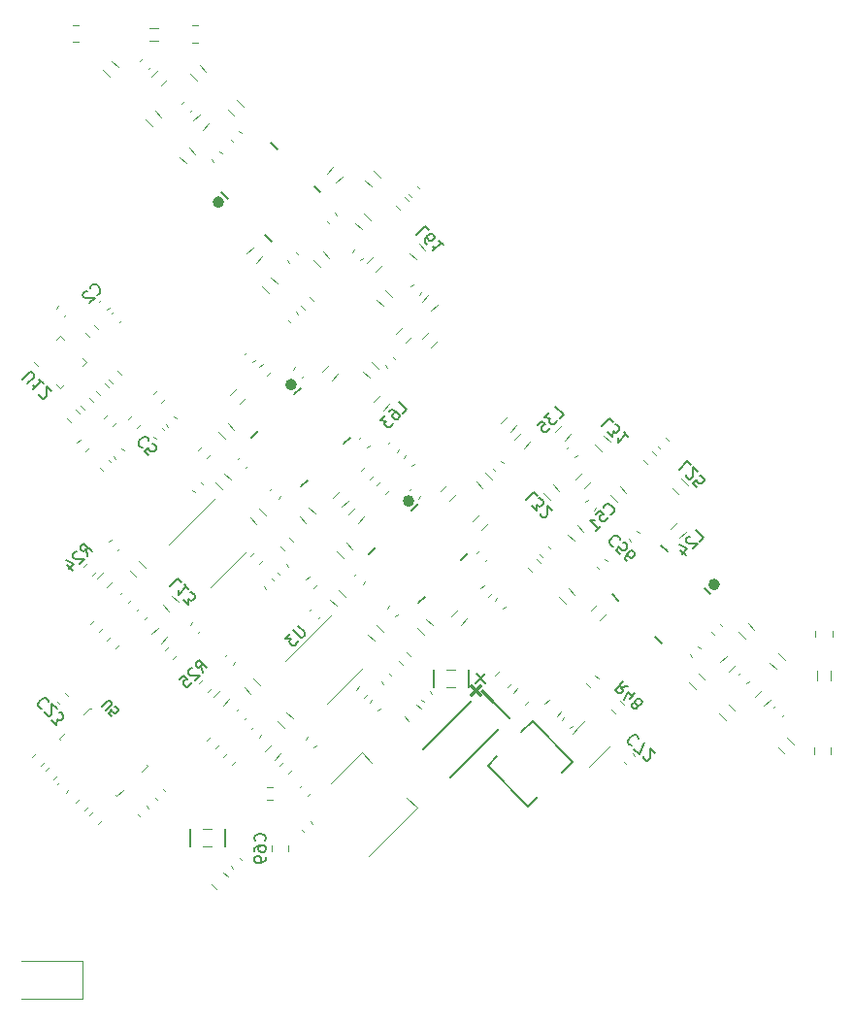
<source format=gbr>
%TF.GenerationSoftware,KiCad,Pcbnew,6.0.4-6f826c9f35~116~ubuntu20.04.1*%
%TF.CreationDate,2022-09-05T16:43:32+00:00*%
%TF.ProjectId,QFHMIX01D,5146484d-4958-4303-9144-2e6b69636164,REV 0.2*%
%TF.SameCoordinates,Original*%
%TF.FileFunction,Legend,Bot*%
%TF.FilePolarity,Positive*%
%FSLAX46Y46*%
G04 Gerber Fmt 4.6, Leading zero omitted, Abs format (unit mm)*
G04 Created by KiCad (PCBNEW 6.0.4-6f826c9f35~116~ubuntu20.04.1) date 2022-09-05 16:43:32*
%MOMM*%
%LPD*%
G01*
G04 APERTURE LIST*
%ADD10C,0.150000*%
%ADD11C,0.304800*%
%ADD12C,0.120000*%
%ADD13C,0.200000*%
%ADD14C,0.500000*%
%ADD15C,0.100000*%
G04 APERTURE END LIST*
D10*
%TO.C,C2*%
X128950026Y-70548324D02*
X129017369Y-70548324D01*
X129152056Y-70480980D01*
X129219400Y-70413637D01*
X129286743Y-70278949D01*
X129286743Y-70144262D01*
X129253072Y-70043247D01*
X129152056Y-69874888D01*
X129051041Y-69773873D01*
X128882682Y-69672858D01*
X128781667Y-69639186D01*
X128646980Y-69639186D01*
X128512293Y-69706530D01*
X128444949Y-69773873D01*
X128377606Y-69908560D01*
X128377606Y-69975904D01*
X128108232Y-70245278D02*
X128040888Y-70245278D01*
X127939873Y-70278949D01*
X127771514Y-70447308D01*
X127737843Y-70548324D01*
X127737843Y-70615667D01*
X127771514Y-70716682D01*
X127838858Y-70784026D01*
X127973545Y-70851369D01*
X128781667Y-70851369D01*
X128343934Y-71289102D01*
%TO.C,C5*%
X133514924Y-83292373D02*
X133514924Y-83225030D01*
X133447580Y-83090343D01*
X133380237Y-83022999D01*
X133245549Y-82955656D01*
X133110862Y-82955656D01*
X133009847Y-82989327D01*
X132841488Y-83090343D01*
X132740473Y-83191358D01*
X132639458Y-83359717D01*
X132605786Y-83460732D01*
X132605786Y-83595419D01*
X132673130Y-83730106D01*
X132740473Y-83797450D01*
X132875160Y-83864793D01*
X132942504Y-83864793D01*
X133514924Y-84571900D02*
X133178206Y-84235182D01*
X133481252Y-83864793D01*
X133481252Y-83932137D01*
X133514924Y-84033152D01*
X133683282Y-84201511D01*
X133784298Y-84235182D01*
X133851641Y-84235182D01*
X133952656Y-84201511D01*
X134121015Y-84033152D01*
X134154687Y-83932137D01*
X134154687Y-83864793D01*
X134121015Y-83763778D01*
X133952656Y-83595419D01*
X133851641Y-83561747D01*
X133784298Y-83561747D01*
%TO.C,C23*%
X124748338Y-106078127D02*
X124748338Y-106010783D01*
X124680994Y-105876096D01*
X124613651Y-105808753D01*
X124478964Y-105741409D01*
X124344277Y-105741409D01*
X124243262Y-105775081D01*
X124074903Y-105876096D01*
X123973888Y-105977111D01*
X123872872Y-106145470D01*
X123839201Y-106246485D01*
X123839201Y-106381172D01*
X123906544Y-106515859D01*
X123973888Y-106583203D01*
X124108575Y-106650546D01*
X124175918Y-106650546D01*
X124445292Y-106919921D02*
X124445292Y-106987264D01*
X124478964Y-107088279D01*
X124647323Y-107256638D01*
X124748338Y-107290310D01*
X124815681Y-107290310D01*
X124916697Y-107256638D01*
X124984040Y-107189295D01*
X125051384Y-107054608D01*
X125051384Y-106246485D01*
X125489117Y-106684218D01*
X125017712Y-107627027D02*
X125455445Y-108064760D01*
X125489117Y-107559684D01*
X125590132Y-107660699D01*
X125691147Y-107694371D01*
X125758491Y-107694371D01*
X125859506Y-107660699D01*
X126027865Y-107492340D01*
X126061536Y-107391325D01*
X126061536Y-107323982D01*
X126027865Y-107222966D01*
X125825834Y-107020936D01*
X125724819Y-106987264D01*
X125657475Y-106987264D01*
%TO.C,L13*%
X136368728Y-95614733D02*
X136032011Y-95278016D01*
X135324904Y-95985122D01*
X136974820Y-96220825D02*
X136570759Y-95816764D01*
X136772790Y-96018794D02*
X136065683Y-96725901D01*
X136099354Y-96557542D01*
X136099354Y-96422855D01*
X136065683Y-96321840D01*
X136503416Y-97163634D02*
X136941148Y-97601367D01*
X136974820Y-97096290D01*
X137075835Y-97197306D01*
X137176851Y-97230977D01*
X137244194Y-97230977D01*
X137345209Y-97197306D01*
X137513568Y-97028947D01*
X137547240Y-96927932D01*
X137547240Y-96860588D01*
X137513568Y-96759573D01*
X137311538Y-96557542D01*
X137210522Y-96523871D01*
X137143179Y-96523871D01*
%TO.C,L63*%
X155692866Y-80945928D02*
X156029583Y-80609211D01*
X155322477Y-79902104D01*
X154447011Y-80777570D02*
X154581698Y-80642883D01*
X154682713Y-80609211D01*
X154750057Y-80609211D01*
X154918416Y-80642883D01*
X155086774Y-80743898D01*
X155356148Y-81013272D01*
X155389820Y-81114287D01*
X155389820Y-81181631D01*
X155356148Y-81282646D01*
X155221461Y-81417333D01*
X155120446Y-81451005D01*
X155053103Y-81451005D01*
X154952087Y-81417333D01*
X154783728Y-81248974D01*
X154750057Y-81147959D01*
X154750057Y-81080616D01*
X154783728Y-80979600D01*
X154918416Y-80844913D01*
X155019431Y-80811241D01*
X155086774Y-80811241D01*
X155187790Y-80844913D01*
X154143965Y-81080616D02*
X153706232Y-81518348D01*
X154211309Y-81552020D01*
X154110293Y-81653035D01*
X154076622Y-81754051D01*
X154076622Y-81821394D01*
X154110293Y-81922409D01*
X154278652Y-82090768D01*
X154379667Y-82124440D01*
X154447011Y-82124440D01*
X154548026Y-82090768D01*
X154750057Y-81888738D01*
X154783728Y-81787722D01*
X154783728Y-81720379D01*
%TO.C,L24*%
X181575466Y-92071128D02*
X181912183Y-91734411D01*
X181205077Y-91027304D01*
X180733672Y-91633396D02*
X180666328Y-91633396D01*
X180565313Y-91667067D01*
X180396954Y-91835426D01*
X180363283Y-91936441D01*
X180363283Y-92003785D01*
X180396954Y-92104800D01*
X180464298Y-92172144D01*
X180598985Y-92239487D01*
X181407107Y-92239487D01*
X180969374Y-92677220D01*
X179891878Y-92811907D02*
X180363283Y-93283312D01*
X179790863Y-92374174D02*
X180464298Y-92710892D01*
X180026565Y-93148625D01*
%TO.C,L25*%
X180804027Y-85414632D02*
X180467310Y-85077915D01*
X179760203Y-85785021D01*
X180366295Y-86256426D02*
X180366295Y-86323770D01*
X180399966Y-86424785D01*
X180568325Y-86593144D01*
X180669340Y-86626815D01*
X180736684Y-86626815D01*
X180837699Y-86593144D01*
X180905043Y-86525800D01*
X180972386Y-86391113D01*
X180972386Y-85582991D01*
X181410119Y-86020724D01*
X181342776Y-87367594D02*
X181006058Y-87030876D01*
X181309104Y-86660487D01*
X181309104Y-86727831D01*
X181342776Y-86828846D01*
X181511134Y-86997205D01*
X181612150Y-87030876D01*
X181679493Y-87030876D01*
X181780508Y-86997205D01*
X181948867Y-86828846D01*
X181982539Y-86727831D01*
X181982539Y-86660487D01*
X181948867Y-86559472D01*
X181780508Y-86391113D01*
X181679493Y-86357441D01*
X181612150Y-86357441D01*
%TO.C,R25*%
X138193287Y-103502149D02*
X138092272Y-102929730D01*
X138597348Y-103098088D02*
X137890241Y-102390982D01*
X137620867Y-102660356D01*
X137587195Y-102761371D01*
X137587195Y-102828714D01*
X137620867Y-102929730D01*
X137721882Y-103030745D01*
X137822898Y-103064417D01*
X137890241Y-103064417D01*
X137991256Y-103030745D01*
X138260630Y-102761371D01*
X137284149Y-103131760D02*
X137216806Y-103131760D01*
X137115791Y-103165432D01*
X136947432Y-103333791D01*
X136913760Y-103434806D01*
X136913760Y-103502149D01*
X136947432Y-103603165D01*
X137014775Y-103670508D01*
X137149462Y-103737852D01*
X137957585Y-103737852D01*
X137519852Y-104175585D01*
X136172982Y-104108241D02*
X136509699Y-103771524D01*
X136880088Y-104074569D01*
X136812745Y-104074569D01*
X136711730Y-104108241D01*
X136543371Y-104276600D01*
X136509699Y-104377615D01*
X136509699Y-104444959D01*
X136543371Y-104545974D01*
X136711730Y-104714333D01*
X136812745Y-104748004D01*
X136880088Y-104748004D01*
X136981104Y-104714333D01*
X137149462Y-104545974D01*
X137183134Y-104444959D01*
X137183134Y-104377615D01*
%TO.C,C56*%
X174605606Y-91896456D02*
X174605606Y-91829112D01*
X174538262Y-91694425D01*
X174470919Y-91627082D01*
X174336232Y-91559738D01*
X174201545Y-91559738D01*
X174100530Y-91593410D01*
X173932171Y-91694425D01*
X173831156Y-91795440D01*
X173730140Y-91963799D01*
X173696469Y-92064814D01*
X173696469Y-92199501D01*
X173763812Y-92334188D01*
X173831156Y-92401532D01*
X173965843Y-92468875D01*
X174033186Y-92468875D01*
X174605606Y-93175982D02*
X174268888Y-92839265D01*
X174571934Y-92468875D01*
X174571934Y-92536219D01*
X174605606Y-92637234D01*
X174773965Y-92805593D01*
X174874980Y-92839265D01*
X174942324Y-92839265D01*
X175043339Y-92805593D01*
X175211698Y-92637234D01*
X175245369Y-92536219D01*
X175245369Y-92468875D01*
X175211698Y-92367860D01*
X175043339Y-92199501D01*
X174942324Y-92165830D01*
X174874980Y-92165830D01*
X175245369Y-93815746D02*
X175110682Y-93681059D01*
X175077011Y-93580043D01*
X175077011Y-93512700D01*
X175110682Y-93344341D01*
X175211698Y-93175982D01*
X175481072Y-92906608D01*
X175582087Y-92872937D01*
X175649430Y-92872937D01*
X175750446Y-92906608D01*
X175885133Y-93041295D01*
X175918804Y-93142311D01*
X175918804Y-93209654D01*
X175885133Y-93310669D01*
X175716774Y-93479028D01*
X175615759Y-93512700D01*
X175548415Y-93512700D01*
X175447400Y-93479028D01*
X175312713Y-93344341D01*
X175279041Y-93243326D01*
X175279041Y-93175982D01*
X175312713Y-93074967D01*
%TO.C,L32*%
X167425296Y-88078565D02*
X167088579Y-87741848D01*
X166381472Y-88448954D01*
X166886548Y-88954031D02*
X167324281Y-89391764D01*
X167357953Y-88886687D01*
X167458968Y-88987703D01*
X167559984Y-89021374D01*
X167627327Y-89021374D01*
X167728342Y-88987703D01*
X167896701Y-88819344D01*
X167930373Y-88718328D01*
X167930373Y-88650985D01*
X167896701Y-88549970D01*
X167694671Y-88347939D01*
X167593655Y-88314267D01*
X167526312Y-88314267D01*
X167660999Y-89593794D02*
X167660999Y-89661138D01*
X167694671Y-89762153D01*
X167863029Y-89930512D01*
X167964045Y-89964183D01*
X168031388Y-89964183D01*
X168132403Y-89930512D01*
X168199747Y-89863168D01*
X168267090Y-89728481D01*
X168267090Y-88920359D01*
X168704823Y-89358092D01*
%TO.C,R24*%
X128134887Y-93342149D02*
X128033872Y-92769730D01*
X128538948Y-92938088D02*
X127831841Y-92230982D01*
X127562467Y-92500356D01*
X127528795Y-92601371D01*
X127528795Y-92668714D01*
X127562467Y-92769730D01*
X127663482Y-92870745D01*
X127764498Y-92904417D01*
X127831841Y-92904417D01*
X127932856Y-92870745D01*
X128202230Y-92601371D01*
X127225749Y-92971760D02*
X127158406Y-92971760D01*
X127057391Y-93005432D01*
X126889032Y-93173791D01*
X126855360Y-93274806D01*
X126855360Y-93342149D01*
X126889032Y-93443165D01*
X126956375Y-93510508D01*
X127091062Y-93577852D01*
X127899185Y-93577852D01*
X127461452Y-94015585D01*
X126383956Y-94150272D02*
X126855360Y-94621676D01*
X126282940Y-93712539D02*
X126956375Y-94049256D01*
X126518643Y-94486989D01*
%TO.C,U3*%
X146510963Y-99426709D02*
X147083383Y-99999129D01*
X147117055Y-100100144D01*
X147117055Y-100167488D01*
X147083383Y-100268503D01*
X146948696Y-100403190D01*
X146847681Y-100436862D01*
X146780337Y-100436862D01*
X146679322Y-100403190D01*
X146106902Y-99830770D01*
X145837528Y-100100144D02*
X145399796Y-100537877D01*
X145904872Y-100571549D01*
X145803857Y-100672564D01*
X145770185Y-100773579D01*
X145770185Y-100840923D01*
X145803857Y-100941938D01*
X145972215Y-101110297D01*
X146073231Y-101143969D01*
X146140574Y-101143969D01*
X146241589Y-101110297D01*
X146443620Y-100908266D01*
X146477292Y-100807251D01*
X146477292Y-100739908D01*
%TO.C,L61*%
X157933328Y-64931533D02*
X157596611Y-64594816D01*
X156889504Y-65301922D01*
X157764970Y-66177388D02*
X157630283Y-66042701D01*
X157596611Y-65941686D01*
X157596611Y-65874342D01*
X157630283Y-65705984D01*
X157731298Y-65537625D01*
X158000672Y-65268251D01*
X158101687Y-65234579D01*
X158169031Y-65234579D01*
X158270046Y-65268251D01*
X158404733Y-65402938D01*
X158438405Y-65503953D01*
X158438405Y-65571296D01*
X158404733Y-65672312D01*
X158236374Y-65840671D01*
X158135359Y-65874342D01*
X158068016Y-65874342D01*
X157967000Y-65840671D01*
X157832313Y-65705984D01*
X157798641Y-65604968D01*
X157798641Y-65537625D01*
X157832313Y-65436609D01*
X159212855Y-66211060D02*
X158808794Y-65806999D01*
X159010825Y-66009029D02*
X158303718Y-66716136D01*
X158337390Y-66547777D01*
X158337390Y-66413090D01*
X158303718Y-66312075D01*
%TO.C,C69*%
X143609542Y-118203742D02*
X143657161Y-118156123D01*
X143704780Y-118013266D01*
X143704780Y-117918028D01*
X143657161Y-117775171D01*
X143561923Y-117679933D01*
X143466685Y-117632314D01*
X143276209Y-117584695D01*
X143133352Y-117584695D01*
X142942876Y-117632314D01*
X142847638Y-117679933D01*
X142752400Y-117775171D01*
X142704780Y-117918028D01*
X142704780Y-118013266D01*
X142752400Y-118156123D01*
X142800019Y-118203742D01*
X142704780Y-119060885D02*
X142704780Y-118870409D01*
X142752400Y-118775171D01*
X142800019Y-118727552D01*
X142942876Y-118632314D01*
X143133352Y-118584695D01*
X143514304Y-118584695D01*
X143609542Y-118632314D01*
X143657161Y-118679933D01*
X143704780Y-118775171D01*
X143704780Y-118965647D01*
X143657161Y-119060885D01*
X143609542Y-119108504D01*
X143514304Y-119156123D01*
X143276209Y-119156123D01*
X143180971Y-119108504D01*
X143133352Y-119060885D01*
X143085733Y-118965647D01*
X143085733Y-118775171D01*
X143133352Y-118679933D01*
X143180971Y-118632314D01*
X143276209Y-118584695D01*
X143704780Y-119632314D02*
X143704780Y-119822790D01*
X143657161Y-119918028D01*
X143609542Y-119965647D01*
X143466685Y-120060885D01*
X143276209Y-120108504D01*
X142895257Y-120108504D01*
X142800019Y-120060885D01*
X142752400Y-120013266D01*
X142704780Y-119918028D01*
X142704780Y-119727552D01*
X142752400Y-119632314D01*
X142800019Y-119584695D01*
X142895257Y-119537076D01*
X143133352Y-119537076D01*
X143228590Y-119584695D01*
X143276209Y-119632314D01*
X143323828Y-119727552D01*
X143323828Y-119918028D01*
X143276209Y-120013266D01*
X143228590Y-120060885D01*
X143133352Y-120108504D01*
%TO.C,C72*%
X176246932Y-109305130D02*
X176246932Y-109237786D01*
X176179588Y-109103099D01*
X176112245Y-109035756D01*
X175977558Y-108968412D01*
X175842871Y-108968412D01*
X175741856Y-109002084D01*
X175573497Y-109103099D01*
X175472482Y-109204114D01*
X175371466Y-109372473D01*
X175337795Y-109473488D01*
X175337795Y-109608175D01*
X175405138Y-109742862D01*
X175472482Y-109810206D01*
X175607169Y-109877549D01*
X175674512Y-109877549D01*
X175842871Y-110180595D02*
X176314275Y-110652000D01*
X176718337Y-109641847D01*
X176617321Y-110820359D02*
X176617321Y-110887702D01*
X176650993Y-110988717D01*
X176819352Y-111157076D01*
X176920367Y-111190748D01*
X176987711Y-111190748D01*
X177088726Y-111157076D01*
X177156069Y-111089733D01*
X177223413Y-110955046D01*
X177223413Y-110146924D01*
X177661146Y-110584656D01*
%TO.C,C51*%
X173777869Y-89709132D02*
X173845213Y-89709132D01*
X173979900Y-89641788D01*
X174047243Y-89574445D01*
X174114587Y-89439758D01*
X174114587Y-89305071D01*
X174080915Y-89204056D01*
X173979900Y-89035697D01*
X173878885Y-88934682D01*
X173710526Y-88833666D01*
X173609511Y-88799995D01*
X173474824Y-88799995D01*
X173340137Y-88867338D01*
X173272793Y-88934682D01*
X173205450Y-89069369D01*
X173205450Y-89136712D01*
X172498343Y-89709132D02*
X172835060Y-89372414D01*
X173205450Y-89675460D01*
X173138106Y-89675460D01*
X173037091Y-89709132D01*
X172868732Y-89877491D01*
X172835060Y-89978506D01*
X172835060Y-90045850D01*
X172868732Y-90146865D01*
X173037091Y-90315224D01*
X173138106Y-90348895D01*
X173205450Y-90348895D01*
X173306465Y-90315224D01*
X173474824Y-90146865D01*
X173508495Y-90045850D01*
X173508495Y-89978506D01*
X172498343Y-91123346D02*
X172902404Y-90719285D01*
X172700373Y-90921315D02*
X171993266Y-90214208D01*
X172161625Y-90247880D01*
X172296312Y-90247880D01*
X172397327Y-90214208D01*
%TO.C,L31*%
X174062328Y-81644733D02*
X173725611Y-81308016D01*
X173018504Y-82015122D01*
X173523580Y-82520199D02*
X173961313Y-82957932D01*
X173994985Y-82452855D01*
X174096000Y-82553871D01*
X174197016Y-82587542D01*
X174264359Y-82587542D01*
X174365374Y-82553871D01*
X174533733Y-82385512D01*
X174567405Y-82284496D01*
X174567405Y-82217153D01*
X174533733Y-82116138D01*
X174331703Y-81914107D01*
X174230687Y-81880435D01*
X174163344Y-81880435D01*
X175341855Y-82924260D02*
X174937794Y-82520199D01*
X175139825Y-82722229D02*
X174432718Y-83429336D01*
X174466390Y-83260977D01*
X174466390Y-83126290D01*
X174432718Y-83025275D01*
%TO.C,U12*%
X122505554Y-77913204D02*
X123077974Y-77340784D01*
X123178989Y-77307113D01*
X123246332Y-77307113D01*
X123347348Y-77340784D01*
X123482035Y-77475471D01*
X123515706Y-77576487D01*
X123515706Y-77643830D01*
X123482035Y-77744845D01*
X122909615Y-78317265D01*
X124323828Y-78317265D02*
X123919767Y-77913204D01*
X124121798Y-78115235D02*
X123414691Y-78822341D01*
X123448363Y-78653983D01*
X123448363Y-78519296D01*
X123414691Y-78418280D01*
X123953439Y-79226402D02*
X123953439Y-79293746D01*
X123987111Y-79394761D01*
X124155470Y-79563120D01*
X124256485Y-79596792D01*
X124323828Y-79596792D01*
X124424844Y-79563120D01*
X124492187Y-79495776D01*
X124559531Y-79361089D01*
X124559531Y-78552967D01*
X124997263Y-78990700D01*
%TO.C,R48*%
X175298275Y-104716586D02*
X174725856Y-104817601D01*
X174894214Y-104312525D02*
X174187108Y-105019632D01*
X174456482Y-105289006D01*
X174557497Y-105322678D01*
X174624840Y-105322678D01*
X174725856Y-105289006D01*
X174826871Y-105187991D01*
X174860543Y-105086975D01*
X174860543Y-105019632D01*
X174826871Y-104918617D01*
X174557497Y-104649243D01*
X175432963Y-105794082D02*
X175904367Y-105322678D01*
X174995230Y-105895098D02*
X175331947Y-105221662D01*
X175769680Y-105659395D01*
X175971711Y-106198143D02*
X175870695Y-106164472D01*
X175803352Y-106164472D01*
X175702337Y-106198143D01*
X175668665Y-106231815D01*
X175634993Y-106332830D01*
X175634993Y-106400174D01*
X175668665Y-106501189D01*
X175803352Y-106635876D01*
X175904367Y-106669548D01*
X175971711Y-106669548D01*
X176072726Y-106635876D01*
X176106398Y-106602204D01*
X176140069Y-106501189D01*
X176140069Y-106433846D01*
X176106398Y-106332830D01*
X175971711Y-106198143D01*
X175938039Y-106097128D01*
X175938039Y-106029785D01*
X175971711Y-105928769D01*
X176106398Y-105794082D01*
X176207413Y-105760411D01*
X176274756Y-105760411D01*
X176375772Y-105794082D01*
X176510459Y-105928769D01*
X176544130Y-106029785D01*
X176544130Y-106097128D01*
X176510459Y-106198143D01*
X176375772Y-106332830D01*
X176274756Y-106366502D01*
X176207413Y-106366502D01*
X176106398Y-106332830D01*
%TO.C,U5*%
X129439221Y-106458781D02*
X129897157Y-106000845D01*
X129977969Y-105973908D01*
X130031844Y-105973908D01*
X130112656Y-106000845D01*
X130220406Y-106108595D01*
X130247343Y-106189407D01*
X130247343Y-106243282D01*
X130220406Y-106324094D01*
X129762470Y-106782030D01*
X130301218Y-107320778D02*
X130031844Y-107051404D01*
X130274280Y-106755093D01*
X130274280Y-106808967D01*
X130301218Y-106889780D01*
X130435905Y-107024467D01*
X130516717Y-107051404D01*
X130570592Y-107051404D01*
X130651404Y-107024467D01*
X130786091Y-106889780D01*
X130813028Y-106808967D01*
X130813028Y-106755093D01*
X130786091Y-106674280D01*
X130651404Y-106539593D01*
X130570592Y-106512656D01*
X130516717Y-106512656D01*
%TO.C,L35*%
X169350434Y-81370096D02*
X169687151Y-81033379D01*
X168980045Y-80326272D01*
X168474968Y-80831348D02*
X168037235Y-81269081D01*
X168542312Y-81302753D01*
X168441296Y-81403768D01*
X168407625Y-81504784D01*
X168407625Y-81572127D01*
X168441296Y-81673142D01*
X168609655Y-81841501D01*
X168710671Y-81875173D01*
X168778014Y-81875173D01*
X168879029Y-81841501D01*
X169081060Y-81639471D01*
X169114732Y-81538455D01*
X169114732Y-81471112D01*
X167397472Y-81908845D02*
X167734190Y-81572127D01*
X168104579Y-81875173D01*
X168037235Y-81875173D01*
X167936220Y-81908845D01*
X167767861Y-82077203D01*
X167734190Y-82178219D01*
X167734190Y-82245562D01*
X167767861Y-82346577D01*
X167936220Y-82514936D01*
X168037235Y-82548608D01*
X168104579Y-82548608D01*
X168205594Y-82514936D01*
X168373953Y-82346577D01*
X168407625Y-82245562D01*
X168407625Y-82178219D01*
D11*
%TO.C,C78*%
X162452507Y-104680839D02*
X161631455Y-105501891D01*
X162452507Y-105501891D02*
X161631455Y-104680839D01*
D12*
%TO.C,R8*%
X130325897Y-82045830D02*
X130661430Y-81710297D01*
X129586970Y-81306903D02*
X129922503Y-80971370D01*
%TO.C,R5*%
X128324630Y-83894697D02*
X127989097Y-84230230D01*
X127585703Y-83155770D02*
X127250170Y-83491303D01*
%TO.C,C20*%
X132434684Y-98121464D02*
X132633495Y-97922653D01*
X133155933Y-98842713D02*
X133354744Y-98643902D01*
%TO.C,C19*%
X131719093Y-97405872D02*
X131917904Y-97207061D01*
X130997844Y-96684623D02*
X131196655Y-96485812D01*
%TO.C,D1*%
X127758400Y-131977400D02*
X122358400Y-131977400D01*
X127758400Y-128677400D02*
X122358400Y-128677400D01*
X127758400Y-128677400D02*
X127758400Y-131977400D01*
%TO.C,C7*%
X130003427Y-84950801D02*
X130202238Y-85149612D01*
X129282178Y-85672050D02*
X129480989Y-85870861D01*
%TO.C,C1*%
X130421781Y-72031570D02*
X130222970Y-72230381D01*
X131143030Y-72752819D02*
X130944219Y-72951630D01*
%TO.C,C6*%
X130425178Y-84656050D02*
X130623989Y-84854861D01*
X131146427Y-83934801D02*
X131345238Y-84133612D01*
%TO.C,C2*%
X130050830Y-71686019D02*
X129852019Y-71884830D01*
X129329581Y-70964770D02*
X129130770Y-71163581D01*
%TO.C,R11*%
X130329740Y-78262067D02*
X129994207Y-77926534D01*
X131068667Y-77523140D02*
X130733134Y-77187607D01*
%TO.C,R7*%
X131720570Y-81408503D02*
X132056103Y-81072970D01*
X132459497Y-82147430D02*
X132795030Y-81811897D01*
%TO.C,R4*%
X134215103Y-78913970D02*
X133879570Y-79249503D01*
X134954030Y-79652897D02*
X134618497Y-79988430D01*
%TO.C,C27*%
X140034990Y-120961543D02*
X140404457Y-121331010D01*
X138995543Y-122000990D02*
X139365010Y-122370457D01*
%TO.C,C22*%
X143136219Y-109172030D02*
X143335030Y-108973219D01*
X142414970Y-108450781D02*
X142613781Y-108251970D01*
%TO.C,C21*%
X141864659Y-107574068D02*
X142063470Y-107375257D01*
X141143410Y-106852819D02*
X141342221Y-106654008D01*
%TO.C,R33*%
X127905399Y-115560964D02*
X128240932Y-115225431D01*
X127166472Y-114822037D02*
X127502005Y-114486504D01*
%TO.C,R28*%
X130581940Y-101434384D02*
X130917473Y-101098851D01*
X129843013Y-100695457D02*
X130178546Y-100359924D01*
%TO.C,R32*%
X125211322Y-112795047D02*
X125546855Y-112459514D01*
X124472395Y-112056120D02*
X124807928Y-111720587D01*
%TO.C,R31*%
X124043888Y-111627613D02*
X124379421Y-111292080D01*
X123304961Y-110888686D02*
X123640494Y-110553153D01*
%TO.C,R27*%
X128406173Y-99258616D02*
X128741706Y-98923083D01*
X129145100Y-99997543D02*
X129480633Y-99662010D01*
%TO.C,R30*%
X140738822Y-111591266D02*
X141074355Y-111255733D01*
X139999895Y-110852339D02*
X140335428Y-110516806D01*
%TO.C,R34*%
X128333905Y-115989472D02*
X128669438Y-115653939D01*
X129072832Y-116728399D02*
X129408365Y-116392866D01*
%TO.C,C5*%
X133931370Y-82912819D02*
X134130181Y-83111630D01*
X134652619Y-82191570D02*
X134851430Y-82390381D01*
%TO.C,C4*%
X135708627Y-81139378D02*
X135907438Y-81338189D01*
X134987378Y-81860627D02*
X135186189Y-82059438D01*
%TO.C,C28*%
X140687770Y-120403219D02*
X140886581Y-120602030D01*
X141409019Y-119681970D02*
X141607830Y-119880781D01*
%TO.C,C17*%
X130766419Y-92839830D02*
X130965230Y-92641019D01*
X130045170Y-92118581D02*
X130243981Y-91919770D01*
%TO.C,C18*%
X137080970Y-99332181D02*
X137279781Y-99133370D01*
X137802219Y-100053430D02*
X138001030Y-99854619D01*
%TO.C,C25*%
X132557863Y-115854112D02*
X132756674Y-116052923D01*
X133279112Y-115132863D02*
X133477923Y-115331674D01*
%TO.C,C26*%
X125722781Y-113052570D02*
X125523970Y-113251381D01*
X126444030Y-113773819D02*
X126245219Y-113972630D01*
%TO.C,C23*%
X125501502Y-106035290D02*
X125700313Y-106234101D01*
X126222751Y-105314041D02*
X126421562Y-105512852D01*
%TO.C,C12*%
X138244238Y-87078589D02*
X138045427Y-86879778D01*
X137522989Y-87799838D02*
X137324178Y-87601027D01*
%TO.C,C24*%
X134032863Y-114404112D02*
X134231674Y-114602923D01*
X134754112Y-113682863D02*
X134952923Y-113881674D01*
%TO.C,C3*%
X126118219Y-72469030D02*
X126317030Y-72270219D01*
X125396970Y-71747781D02*
X125595781Y-71548970D01*
%TO.C,R29*%
X138563052Y-109415499D02*
X138898585Y-109079966D01*
X139301979Y-110154426D02*
X139637512Y-109818893D01*
%TO.C,L9*%
X132625204Y-93809445D02*
X133190355Y-94374596D01*
X131833245Y-94601404D02*
X132398396Y-95166555D01*
%TO.C,L13*%
X135293996Y-98163755D02*
X134728845Y-97598604D01*
X136085955Y-97371796D02*
X135520804Y-96806645D01*
%TO.C,C41*%
X145838781Y-72960030D02*
X145639970Y-72761219D01*
X146560030Y-72238781D02*
X146361219Y-72039970D01*
%TO.C,C43*%
X156192562Y-61790811D02*
X156391373Y-61989622D01*
X156913811Y-61069562D02*
X157112622Y-61268373D01*
%TO.C,C59*%
X142038781Y-75539970D02*
X141839970Y-75738781D01*
X142760030Y-76261219D02*
X142561219Y-76460030D01*
%TO.C,C62*%
X155323830Y-84055819D02*
X155125019Y-84254630D01*
X154602581Y-83334570D02*
X154403770Y-83533381D01*
%TO.C,C14*%
X127362852Y-47042400D02*
X126840348Y-47042400D01*
X127362852Y-48512400D02*
X126840348Y-48512400D01*
%TO.C,C32*%
X132737570Y-50157781D02*
X132936381Y-49958970D01*
X133458819Y-50879030D02*
X133657630Y-50680219D01*
%TO.C,C47*%
X139880630Y-58234981D02*
X139681819Y-58036170D01*
X139159381Y-58956230D02*
X138960570Y-58757419D01*
%TO.C,C49*%
X145788781Y-67770030D02*
X145589970Y-67571219D01*
X146510030Y-67048781D02*
X146311219Y-66849970D01*
%TO.C,C29*%
X146819219Y-77803030D02*
X147018030Y-77604219D01*
X146097970Y-77081781D02*
X146296781Y-76882970D01*
%TO.C,C35*%
X142147110Y-85441297D02*
X141948299Y-85640108D01*
X141425861Y-84720048D02*
X141227050Y-84918859D01*
%TO.C,C58*%
X152148830Y-67342619D02*
X151950019Y-67541430D01*
X151427581Y-66621370D02*
X151228770Y-66820181D01*
%TO.C,C63*%
X156558381Y-69643970D02*
X156359570Y-69842781D01*
X157279630Y-70365219D02*
X157080819Y-70564030D01*
%TO.C,C65*%
X155019030Y-76192781D02*
X154820219Y-75993970D01*
X154297781Y-76914030D02*
X154098970Y-76715219D01*
%TO.C,C31*%
X137776852Y-47067800D02*
X137254348Y-47067800D01*
X137776852Y-48537800D02*
X137254348Y-48537800D01*
%TO.C,C45*%
X137116419Y-54587430D02*
X137315230Y-54388619D01*
X136395170Y-53866181D02*
X136593981Y-53667370D01*
%TO.C,C33*%
X141383619Y-56283570D02*
X141582430Y-56482381D01*
X140662370Y-57004819D02*
X140861181Y-57203630D01*
%TO.C,C50*%
X149939030Y-63619781D02*
X149740219Y-63420970D01*
X149217781Y-64341030D02*
X149018970Y-64142219D01*
%TO.C,C36*%
X144264781Y-87423970D02*
X144065970Y-87622781D01*
X144986030Y-88145219D02*
X144787219Y-88344030D01*
%TO.C,C37*%
X152349161Y-95597868D02*
X152150350Y-95796679D01*
X151627912Y-94876619D02*
X151429101Y-95075430D01*
%TO.C,C38*%
X155222230Y-98432219D02*
X155023419Y-98631030D01*
X154500981Y-97710970D02*
X154302170Y-97909781D01*
%TO.C,C44*%
X178630811Y-83065962D02*
X178829622Y-83264773D01*
X177909562Y-83787211D02*
X178108373Y-83986022D01*
%TO.C,C60*%
X164421419Y-97945230D02*
X164620230Y-97746419D01*
X163700170Y-97223981D02*
X163898981Y-97025170D01*
%TO.C,C61*%
X156445819Y-85499230D02*
X156644630Y-85300419D01*
X155724570Y-84777981D02*
X155923381Y-84579170D01*
%TO.C,L18*%
X143955396Y-70376155D02*
X143390245Y-69811004D01*
X144747355Y-69584196D02*
X144182204Y-69019045D01*
%TO.C,L22*%
X152921596Y-61130555D02*
X152356445Y-60565404D01*
X153713555Y-60338596D02*
X153148404Y-59773445D01*
%TO.C,L40*%
X141186596Y-78721445D02*
X140621445Y-79286596D01*
X141978555Y-79513404D02*
X141413404Y-80078555D01*
%TO.C,L44*%
X150919555Y-88505404D02*
X150354404Y-89070555D01*
X150127596Y-87713445D02*
X149562445Y-88278596D01*
%TO.C,L19*%
X142044045Y-66967996D02*
X142609196Y-66402845D01*
X142836004Y-67759955D02*
X143401155Y-67194804D01*
%TO.C,L23*%
X149594196Y-59417845D02*
X149029045Y-59982996D01*
X150386155Y-60209804D02*
X149821004Y-60774955D01*
%TO.C,L41*%
X140397604Y-81744445D02*
X140962755Y-82309596D01*
X139605645Y-82536404D02*
X140170796Y-83101555D01*
%TO.C,L45*%
X148023955Y-89650196D02*
X147458804Y-89085045D01*
X147231996Y-90442155D02*
X146666845Y-89877004D01*
%TO.C,L58*%
X148703404Y-66758445D02*
X149268555Y-67323596D01*
X147911445Y-67550404D02*
X148476596Y-68115555D01*
%TO.C,L69*%
X150030555Y-77456404D02*
X149465404Y-78021555D01*
X149238596Y-76664445D02*
X148673445Y-77229596D01*
%TO.C,L17*%
X133763645Y-51524796D02*
X134328796Y-50959645D01*
X134555604Y-52316755D02*
X135120755Y-51751604D01*
%TO.C,L54*%
X138187804Y-56152155D02*
X138752955Y-55587004D01*
X137395845Y-55360196D02*
X137960996Y-54795045D01*
%TO.C,L30*%
X152534245Y-67755396D02*
X153099396Y-67190245D01*
X153326204Y-68547355D02*
X153891355Y-67982204D01*
%TO.C,L36*%
X157334845Y-71158996D02*
X157899996Y-70593845D01*
X158126804Y-71950955D02*
X158691955Y-71385804D01*
%TO.C,L67*%
X152178645Y-77253204D02*
X152743796Y-77818355D01*
X152970604Y-76461245D02*
X153535755Y-77026396D01*
%TO.C,L59*%
X152083396Y-64864355D02*
X151518245Y-64299204D01*
X152875355Y-64072396D02*
X152310204Y-63507245D01*
%TO.C,L63*%
X153935804Y-80663155D02*
X154500955Y-80098004D01*
X153143845Y-79871196D02*
X153708996Y-79306045D01*
%TO.C,L24*%
X179026445Y-90996396D02*
X179591596Y-90431245D01*
X179818404Y-91788355D02*
X180383555Y-91223204D01*
%TO.C,L42*%
X157713404Y-98821445D02*
X158278555Y-99386596D01*
X156921445Y-99613404D02*
X157486596Y-100178555D01*
%TO.C,L46*%
X151300555Y-92723596D02*
X150735404Y-92158445D01*
X150508596Y-93515555D02*
X149943445Y-92950404D01*
%TO.C,L25*%
X180521254Y-87171695D02*
X179956103Y-86606544D01*
X179729295Y-87963654D02*
X179164144Y-87398503D01*
%TO.C,L43*%
X159921445Y-98586596D02*
X160486596Y-98021445D01*
X160713404Y-99378555D02*
X161278555Y-98813404D01*
%TO.C,L47*%
X150959445Y-89675596D02*
X151524596Y-89110445D01*
X151751404Y-90467555D02*
X152316555Y-89902404D01*
%TO.C,R35*%
X147837230Y-71098303D02*
X147501697Y-70762770D01*
X147098303Y-71837230D02*
X146762770Y-71501697D01*
%TO.C,R37*%
X155802097Y-62048370D02*
X156137630Y-62383903D01*
X155063170Y-62787297D02*
X155398703Y-63122830D01*
%TO.C,R39*%
X144174230Y-77290697D02*
X143838697Y-77626230D01*
X143435303Y-76551770D02*
X143099770Y-76887303D01*
%TO.C,R41*%
X152801697Y-86637230D02*
X153137230Y-86301697D01*
X152062770Y-85898303D02*
X152398303Y-85562770D01*
%TO.C,R38*%
X177418334Y-84223407D02*
X177753867Y-84558940D01*
X176679407Y-84962334D02*
X177014940Y-85297867D01*
%TO.C,R40*%
X162403770Y-96191303D02*
X162739303Y-95855770D01*
X163142697Y-96930230D02*
X163478230Y-96594697D01*
%TO.C,R42*%
X153698303Y-86862770D02*
X153362770Y-87198303D01*
X154437230Y-87601697D02*
X154101697Y-87937230D01*
D13*
%TO.C,U8*%
X142488063Y-83019296D02*
X143052334Y-82455025D01*
X146200374Y-79239103D02*
X146764645Y-78674832D01*
X151075168Y-82985355D02*
X150510897Y-83549626D01*
X147328916Y-86731607D02*
X146764645Y-87295878D01*
D14*
X146170117Y-78389161D02*
G75*
G03*
X146170117Y-78389161I-254000J0D01*
G01*
D13*
%TO.C,U9*%
X161325168Y-93135355D02*
X160760897Y-93699626D01*
X157578916Y-96881607D02*
X157014645Y-97445878D01*
X156450374Y-89389103D02*
X157014645Y-88824832D01*
X152738063Y-93169296D02*
X153302334Y-92605025D01*
D14*
X156420117Y-88539161D02*
G75*
G03*
X156420117Y-88539161I-254000J0D01*
G01*
D12*
%TO.C,R36*%
X167695467Y-93956940D02*
X167359934Y-93621407D01*
X166956540Y-94695867D02*
X166621007Y-94360334D01*
%TO.C,C42*%
X167835981Y-93424030D02*
X167637170Y-93225219D01*
X168557230Y-92702781D02*
X168358419Y-92503970D01*
%TO.C,L20*%
X172631996Y-97568645D02*
X172066845Y-98133796D01*
X173423955Y-98360604D02*
X172858804Y-98925755D01*
%TO.C,L21*%
X170666054Y-96722095D02*
X170100903Y-96156944D01*
X169874095Y-97514054D02*
X169308944Y-96948903D01*
%TO.C,L8*%
X129805804Y-96106355D02*
X130370955Y-95541204D01*
X129013845Y-95314396D02*
X129578996Y-94749245D01*
%TO.C,L10*%
X141840845Y-104812204D02*
X142405996Y-105377355D01*
X142632804Y-104020245D02*
X143197955Y-104585396D01*
%TO.C,R25*%
X138967230Y-104849697D02*
X138631697Y-105185230D01*
X138228303Y-104110770D02*
X137892770Y-104446303D01*
%TO.C,R3*%
X147499303Y-95093770D02*
X147163770Y-95429303D01*
X148238230Y-95832697D02*
X147902697Y-96168230D01*
%TO.C,C56*%
X175358770Y-91853619D02*
X175557581Y-92052430D01*
X176080019Y-91132370D02*
X176278830Y-91331181D01*
%TO.C,L39*%
X156456755Y-74205204D02*
X155891604Y-74770355D01*
X155664796Y-73413245D02*
X155099645Y-73978396D01*
%TO.C,C34*%
X191670000Y-100398252D02*
X191670000Y-99875748D01*
X193140000Y-100398252D02*
X193140000Y-99875748D01*
%TO.C,C64*%
X164431638Y-85224389D02*
X164232827Y-85025578D01*
X163710389Y-85945638D02*
X163511578Y-85746827D01*
%TO.C,L14*%
X134363522Y-48439000D02*
X133564278Y-48439000D01*
X134363522Y-47319000D02*
X133564278Y-47319000D01*
%TO.C,L7*%
X144461604Y-111143155D02*
X145026755Y-110578004D01*
X143669645Y-110351196D02*
X144234796Y-109786045D01*
%TO.C,L29*%
X172077755Y-86854404D02*
X171512604Y-87419555D01*
X171285796Y-86062445D02*
X170720645Y-86627596D01*
%TO.C,L37*%
X165600755Y-81952204D02*
X165035604Y-82517355D01*
X164808796Y-81160245D02*
X164243645Y-81725396D01*
%TO.C,L53*%
X137933804Y-50502445D02*
X138498955Y-51067596D01*
X137141845Y-51294404D02*
X137706996Y-51859555D01*
%TO.C,L15*%
X191845000Y-103359378D02*
X191845000Y-104158622D01*
X192965000Y-103359378D02*
X192965000Y-104158622D01*
%TO.C,L32*%
X167977445Y-87870404D02*
X168542596Y-88435555D01*
X168769404Y-87078445D02*
X169334555Y-87643596D01*
%TO.C,R24*%
X128908830Y-94689697D02*
X128573297Y-95025230D01*
X128169903Y-93950770D02*
X127834370Y-94286303D01*
%TO.C,R52*%
X172413697Y-103729770D02*
X172749230Y-104065303D01*
X171674770Y-104468697D02*
X172010303Y-104804230D01*
%TO.C,C11*%
X153757978Y-104314227D02*
X153956789Y-104513038D01*
X154479227Y-103592978D02*
X154678038Y-103791789D01*
%TO.C,C13*%
X148267019Y-98808830D02*
X148465830Y-98610019D01*
X147545770Y-98087581D02*
X147744581Y-97888770D01*
%TO.C,C66*%
X147403419Y-114252030D02*
X147602230Y-114053219D01*
X146682170Y-113530781D02*
X146880981Y-113331970D01*
%TO.C,L62*%
X187749555Y-105853604D02*
X187184404Y-106418755D01*
X186957596Y-105061645D02*
X186392445Y-105626796D01*
%TO.C,C74*%
X165665361Y-104897392D02*
X165295894Y-105266859D01*
X166704808Y-105936839D02*
X166335341Y-106306306D01*
%TO.C,C82*%
X157483573Y-106058622D02*
X157284762Y-105859811D01*
X158204822Y-105337373D02*
X158006011Y-105138562D01*
D10*
%TO.C,L51*%
X161391600Y-104749600D02*
X161391600Y-103225600D01*
D12*
X160248600Y-104749600D02*
X159486600Y-104749600D01*
X160248600Y-103225600D02*
X159486600Y-103225600D01*
D10*
X158343600Y-103225600D02*
X158343600Y-104749600D01*
D12*
%TO.C,L5*%
X130288404Y-50146845D02*
X130853555Y-50711996D01*
X129496445Y-50938804D02*
X130061596Y-51503955D01*
%TO.C,U1*%
X156917872Y-115303924D02*
X156026918Y-114412970D01*
X152095404Y-110481456D02*
X152986358Y-111372410D01*
X152668160Y-119553636D02*
X156917872Y-115303924D01*
X149436682Y-113140177D02*
X152095404Y-110481456D01*
%TO.C,C80*%
X156205210Y-107714657D02*
X155835743Y-107345190D01*
X157244657Y-106675210D02*
X156875190Y-106305743D01*
%TO.C,L56*%
X141174305Y-53590546D02*
X141739456Y-54155697D01*
X140382346Y-54382505D02*
X140947497Y-54947656D01*
%TO.C,L12*%
X134555604Y-100957755D02*
X135120755Y-100392604D01*
X133763645Y-100165796D02*
X134328796Y-99600645D01*
%TO.C,R12*%
X128751097Y-73173570D02*
X129086630Y-73509103D01*
X128012170Y-73912497D02*
X128347703Y-74248030D01*
%TO.C,R2*%
X138555497Y-84839830D02*
X138891030Y-84504297D01*
X137816570Y-84100903D02*
X138152103Y-83765370D01*
%TO.C,R1*%
X155291770Y-102512897D02*
X155627303Y-102848430D01*
X156030697Y-101773970D02*
X156366230Y-102109503D01*
%TO.C,C9*%
X153499419Y-106835230D02*
X153698230Y-106636419D01*
X152778170Y-106113981D02*
X152976981Y-105915170D01*
%TO.C,C53*%
X162125370Y-93083781D02*
X162324181Y-92884970D01*
X162846619Y-93805030D02*
X163045430Y-93606219D01*
%TO.C,L52*%
X134047604Y-54490245D02*
X134612755Y-55055396D01*
X133255645Y-55282204D02*
X133820796Y-55847355D01*
%TO.C,C68*%
X168422610Y-105873943D02*
X168053143Y-106243410D01*
X169462057Y-106913390D02*
X169092590Y-107282857D01*
%TO.C,L55*%
X136227445Y-58533404D02*
X136792596Y-59098555D01*
X137019404Y-57741445D02*
X137584555Y-58306596D01*
%TO.C,L3*%
X150100404Y-96349445D02*
X150665555Y-96914596D01*
X149308445Y-97141404D02*
X149873596Y-97706555D01*
%TO.C,L16*%
X188964196Y-110558955D02*
X188399045Y-109993804D01*
X189756155Y-109766996D02*
X189191004Y-109201845D01*
%TO.C,L33*%
X183909596Y-102039045D02*
X183344445Y-102604196D01*
X184701555Y-102831004D02*
X184136404Y-103396155D01*
%TO.C,L27*%
X189019555Y-102400996D02*
X188454404Y-101835845D01*
X188227596Y-103192955D02*
X187662445Y-102627804D01*
%TO.C,C76*%
X164104610Y-103384743D02*
X163735143Y-103754210D01*
X165144057Y-104424190D02*
X164774590Y-104793657D01*
%TO.C,C52*%
X169948570Y-83990581D02*
X170147381Y-83791770D01*
X170669819Y-84711830D02*
X170868630Y-84513019D01*
%TO.C,L6*%
X145301596Y-108323755D02*
X144736445Y-107758604D01*
X146093555Y-107531796D02*
X145528404Y-106966645D01*
%TO.C,L38*%
X165412045Y-83173196D02*
X165977196Y-82608045D01*
X166204004Y-83965155D02*
X166769155Y-83400004D01*
%TO.C,C40*%
X188928030Y-107119019D02*
X188729219Y-107317830D01*
X188206781Y-106397770D02*
X188007970Y-106596581D01*
%TO.C,R15*%
X127461030Y-80925903D02*
X127125497Y-80590370D01*
X126722103Y-81664830D02*
X126386570Y-81329297D01*
%TO.C,U3*%
X146953410Y-100946652D02*
X145397775Y-102502287D01*
X150644508Y-104637750D02*
X152200143Y-103082115D01*
X150644508Y-104637750D02*
X149088873Y-106193385D01*
X146953410Y-100946652D02*
X149498995Y-98401068D01*
%TO.C,R23*%
X145264103Y-111273570D02*
X144928570Y-111609103D01*
X146003030Y-112012497D02*
X145667497Y-112348030D01*
%TO.C,L61*%
X157650555Y-66688596D02*
X157085404Y-66123445D01*
X156858596Y-67480555D02*
X156293445Y-66915404D01*
%TO.C,C46*%
X185133381Y-103527570D02*
X184934570Y-103726381D01*
X185854630Y-104248819D02*
X185655819Y-104447630D01*
%TO.C,L26*%
X170877604Y-90685245D02*
X171442755Y-91250396D01*
X170085645Y-91477204D02*
X170650796Y-92042355D01*
%TO.C,L4*%
X142913996Y-90569155D02*
X142348845Y-90004004D01*
X143705955Y-89777196D02*
X143140804Y-89212045D01*
%TO.C,C69*%
X144197400Y-118585348D02*
X144197400Y-119107852D01*
X145667400Y-118585348D02*
X145667400Y-119107852D01*
%TO.C,C55*%
X183344419Y-99260370D02*
X183543230Y-99459181D01*
X182623170Y-99981619D02*
X182821981Y-100180430D01*
%TO.C,R26*%
X135970030Y-102004897D02*
X135634497Y-102340430D01*
X135231103Y-101265970D02*
X134895570Y-101601503D01*
D13*
%TO.C,U6*%
X147916652Y-61056129D02*
X148480923Y-61620400D01*
X144170400Y-57309877D02*
X144734671Y-57874148D01*
X140424148Y-62184671D02*
X139859877Y-61620400D01*
X144204341Y-65896982D02*
X143640070Y-65332711D01*
D14*
X139828206Y-62468928D02*
G75*
G03*
X139828206Y-62468928I-254000J0D01*
G01*
D12*
%TO.C,L2*%
X140107505Y-86127946D02*
X140672656Y-86693097D01*
X139315546Y-86919905D02*
X139880697Y-87485056D01*
%TO.C,R13*%
X129262103Y-79328030D02*
X128926570Y-78992497D01*
X130001030Y-78589103D02*
X129665497Y-78253570D01*
%TO.C,R14*%
X128629430Y-79859103D02*
X128293897Y-79523570D01*
X127890503Y-80598030D02*
X127554970Y-80262497D01*
%TO.C,U11*%
X171013521Y-108251105D02*
X170447836Y-108816791D01*
X171013521Y-108251105D02*
X171579207Y-107685420D01*
X173219695Y-110457279D02*
X171946902Y-111730071D01*
X173219695Y-110457279D02*
X173785380Y-109891593D01*
%TO.C,L60*%
X154164404Y-70187445D02*
X154729555Y-70752596D01*
X153372445Y-70979404D02*
X153937596Y-71544555D01*
%TO.C,L57*%
X182009155Y-104128196D02*
X181444004Y-103563045D01*
X181217196Y-104920155D02*
X180652045Y-104355004D01*
%TO.C,C54*%
X156257970Y-87622781D02*
X156456781Y-87423970D01*
X156979219Y-88344030D02*
X157178030Y-88145219D01*
%TO.C,R54*%
X144306058Y-114568500D02*
X143831542Y-114568500D01*
X144306058Y-113523500D02*
X143831542Y-113523500D01*
%TO.C,C57*%
X173286019Y-93570770D02*
X173484830Y-93769581D01*
X172564770Y-94292019D02*
X172763581Y-94490830D01*
%TO.C,R9*%
X143463030Y-93724497D02*
X143127497Y-94060030D01*
X142724103Y-92985570D02*
X142388570Y-93321103D01*
%TO.C,C10*%
X144243027Y-95287178D02*
X144441838Y-95485989D01*
X143521778Y-96008427D02*
X143720589Y-96207238D01*
%TO.C,C72*%
X175176581Y-111483430D02*
X174977770Y-111284619D01*
X175897830Y-110762181D02*
X175699019Y-110563370D01*
%TO.C,C51*%
X171599570Y-88638781D02*
X171798381Y-88439970D01*
X172320819Y-89360030D02*
X172519630Y-89161219D01*
%TO.C,C15*%
X140128970Y-102100781D02*
X140327781Y-101901970D01*
X140850219Y-102822030D02*
X141049030Y-102623219D01*
%TO.C,R10*%
X152296897Y-105744030D02*
X152632430Y-105408497D01*
X151557970Y-105005103D02*
X151893503Y-104669570D01*
%TO.C,L31*%
X173779555Y-83401796D02*
X173214404Y-82836645D01*
X172987596Y-84193755D02*
X172422445Y-83628604D01*
%TO.C,C67*%
X146859970Y-117228219D02*
X147058781Y-117427030D01*
X147581219Y-116506970D02*
X147780030Y-116705781D01*
%TO.C,L1*%
X153164897Y-100743856D02*
X152599746Y-100178705D01*
X153956856Y-99951897D02*
X153391705Y-99386746D01*
%TO.C,C39*%
X191568400Y-110598852D02*
X191568400Y-110076348D01*
X193038400Y-110598852D02*
X193038400Y-110076348D01*
D13*
%TO.C,U7*%
X178194993Y-92395818D02*
X178759264Y-92960089D01*
X178228934Y-100982923D02*
X177664663Y-100418652D01*
X181975186Y-96108129D02*
X182539457Y-96672400D01*
X174482682Y-97236671D02*
X173918411Y-96672400D01*
D14*
X183079128Y-95823872D02*
G75*
G03*
X183079128Y-95823872I-254000J0D01*
G01*
D12*
%TO.C,L65*%
X158152204Y-75151355D02*
X158717355Y-74586204D01*
X157360245Y-74359396D02*
X157925396Y-73794245D01*
D10*
%TO.C,L48*%
X137083800Y-117170200D02*
X137083800Y-118694200D01*
X140131800Y-118694200D02*
X140131800Y-117170200D01*
D12*
X138988800Y-117170200D02*
X138226800Y-117170200D01*
X138988800Y-118694200D02*
X138226800Y-118694200D01*
%TO.C,C70*%
X170447622Y-108149627D02*
X170248811Y-108348438D01*
X169726373Y-107428378D02*
X169527562Y-107627189D01*
%TO.C,C48*%
X181638230Y-101414981D02*
X181439419Y-101216170D01*
X180916981Y-102136230D02*
X180718170Y-101937419D01*
%TO.C,U12*%
X125748144Y-78698430D02*
X126084020Y-78362554D01*
X125412268Y-78362554D02*
X125748144Y-78698430D01*
X128025028Y-76421546D02*
X127689152Y-76757422D01*
X123807136Y-76757422D02*
X123471260Y-76421546D01*
X127689152Y-76085670D02*
X128025028Y-76421546D01*
X126084020Y-74480538D02*
X125748144Y-74144662D01*
X125748144Y-74144662D02*
X125412268Y-74480538D01*
%TO.C,R48*%
X174959030Y-106300503D02*
X174623497Y-105964970D01*
X174220103Y-107039430D02*
X173884570Y-106703897D01*
%TO.C,C8*%
X145473019Y-94053370D02*
X145671830Y-94252181D01*
X144751770Y-94774619D02*
X144950581Y-94973430D01*
%TO.C,U2*%
X140487627Y-94480869D02*
X138931992Y-96036504D01*
X140487627Y-94480869D02*
X142043262Y-92925234D01*
X136796529Y-90789771D02*
X135240894Y-92345406D01*
X136796529Y-90789771D02*
X139342114Y-88244187D01*
%TO.C,L64*%
X175151155Y-87821396D02*
X174586004Y-87256245D01*
X174359196Y-88613355D02*
X173794045Y-88048204D01*
D15*
%TO.C,U5*%
X128296397Y-106672096D02*
X128476002Y-106672096D01*
X127847384Y-107121109D02*
X128296397Y-106672096D01*
X131259882Y-113766499D02*
X130721066Y-114305314D01*
X130721066Y-114305314D02*
X130631264Y-114215512D01*
X132876328Y-112150053D02*
X133415143Y-111611237D01*
X125692123Y-109276371D02*
X125781925Y-109366173D01*
X133415143Y-111611237D02*
X133325341Y-111521435D01*
X126230938Y-108737555D02*
X125692123Y-109276371D01*
D12*
%TO.C,L70*%
X161769146Y-90270495D02*
X162334297Y-89705344D01*
X162561105Y-91062454D02*
X163126256Y-90497303D01*
%TO.C,L68*%
X159500196Y-87154645D02*
X158935045Y-87719796D01*
X160292155Y-87946604D02*
X159727004Y-88511755D01*
%TO.C,L11*%
X139965804Y-106393355D02*
X140530955Y-105828204D01*
X139173845Y-105601396D02*
X139738996Y-105036245D01*
%TO.C,L35*%
X169558596Y-81922245D02*
X168993445Y-82487396D01*
X170350555Y-82714204D02*
X169785404Y-83279355D01*
%TO.C,R6*%
X145004770Y-92479897D02*
X145340303Y-92815430D01*
X145743697Y-91740970D02*
X146079230Y-92076503D01*
%TO.C,L28*%
X183858796Y-107637955D02*
X183293645Y-107072804D01*
X184650755Y-106845996D02*
X184085604Y-106280845D01*
%TO.C,L34*%
X186327155Y-99759396D02*
X185762004Y-99194245D01*
X185535196Y-100551355D02*
X184970045Y-99986204D01*
%TO.C,C30*%
X152559619Y-83873630D02*
X152758430Y-83674819D01*
X151838370Y-83152381D02*
X152037181Y-82953570D01*
D10*
%TO.C,L49*%
X166967785Y-107753681D02*
X170503319Y-111289215D01*
X163078697Y-111642769D02*
X163891870Y-110829596D01*
X167427404Y-114365130D02*
X166614231Y-115178303D01*
X166013191Y-108708276D02*
X166967785Y-107753681D01*
X166614231Y-115178303D02*
X163078697Y-111642769D01*
X169548724Y-112243809D02*
X170503319Y-111289215D01*
%TO.C,C78*%
X162875669Y-103567068D02*
X162027933Y-104414804D01*
X162559564Y-105090119D02*
X164962681Y-107493236D01*
X157412082Y-110234010D02*
X161654355Y-105991737D01*
X162570341Y-105075751D02*
X164973457Y-107478867D01*
X159800830Y-112655087D02*
X164043103Y-108412814D01*
X162097979Y-103637114D02*
X162875669Y-104414804D01*
D12*
%TO.C,C16*%
X147911419Y-110061030D02*
X148110230Y-109862219D01*
X147190170Y-109339781D02*
X147388981Y-109140970D01*
%TO.C,L66*%
X162865905Y-86077146D02*
X163431056Y-86642297D01*
X162073946Y-86869105D02*
X162639097Y-87434256D01*
%TD*%
M02*

</source>
